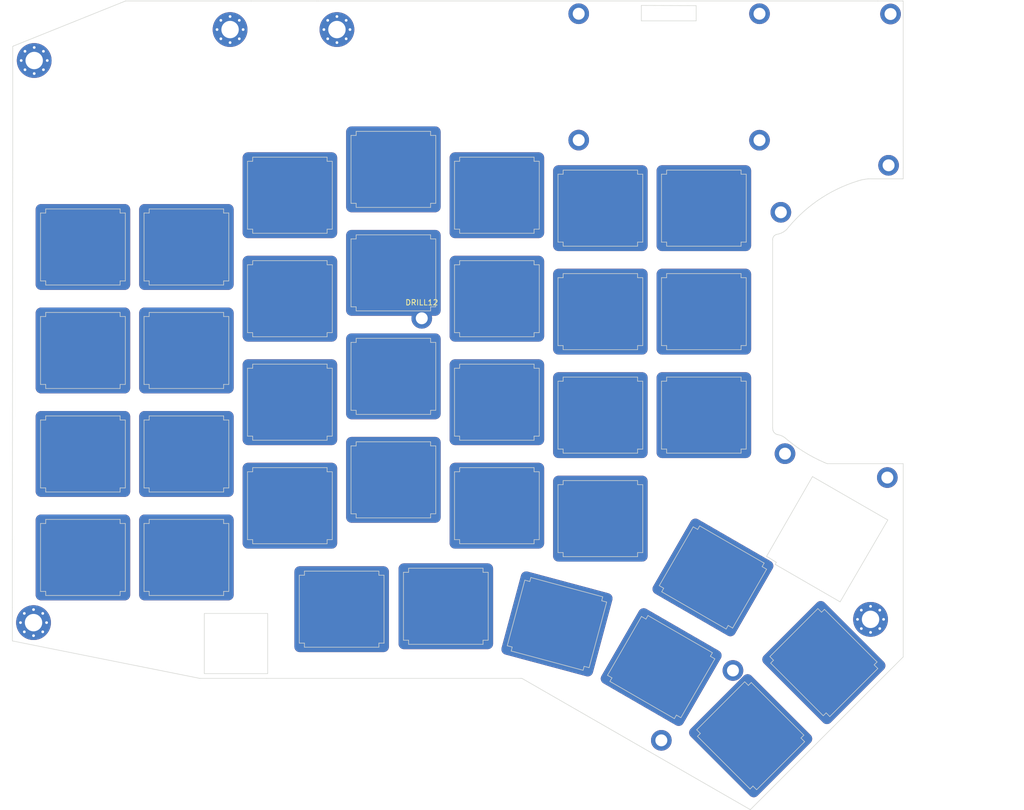
<source format=kicad_pcb>
(kicad_pcb (version 20211014) (generator pcbnew)
  (layers (0 "F.Cu" signal) (31 "B.Cu" signal) (34 "B.Paste" user) (35 "F.Paste" user) (36 "B.SilkS" user "B.Silkscreen") (37 "F.SilkS" user "F.Silkscreen") (38 "B.Mask" user) (39 "F.Mask" user) (44 "Edge.Cuts" user))
  (net 0 "")
  (net 1 "/SHIELD2")
  (net 2 "/SHIELD1")
  (net 3 "/SHIELD13")
  (net 4 "SHIELD")
  (net 5 "/SHIELD5")
  (net 6 "/SHIELD6")
  (net 7 "/SHIELD8")
  (net 8 "/SHIELD4")
  (net 9 "/SHIELD9")
  (net 10 "/SHIELD7")
  (net 11 "/SHIELD10")
  (net 12 "/SHIELD11")
  (net 13 "/SHIELD12")
  (footprint "Keebio-Parts:MX-Alps_Switch_Cutout" (layer "F.Cu") (at 77.487499 75.792 180)
    (fp_text reference "SW32" hide)
    (fp_text value "SW_PUSH_LED" hide)
    (fp_line (start -6.85 -7) (end 6.85 -7) (layer "Edge.Cuts") (width 0.12))
    (fp_line (start -6.85 -6.25) (end -6.85 -7) (layer "Edge.Cuts") (width 0.12))
    (fp_line (start -7.8 -6.25) (end -6.85 -6.25) (layer "Edge.Cuts") (width 0.12))
    (fp_line (start 6.85 -7) (end 6.85 -6.25) (layer "Edge.Cuts") (width 0.12))
    (fp_line (start -7.8 6.25) (end -7.8 -6.25) (layer "Edge.Cuts") (width 0.12))
    (fp_line (start -6.85 6.25) (end -7.8 6.25) (layer "Edge.Cuts") (width 0.12))
    (fp_line (start 6.85 -6.25) (end 7.8 -6.25) (layer "Edge.Cuts") (width 0.12))
    (fp_line (start 6.85 6.25) (end 6.85 7) (layer "Edge.Cuts") (width 0.12))
    (fp_line (start 6.85 7) (end -6.85 7) (layer "Edge.Cuts") (width 0.12))
    (fp_line (start 7.8 -6.25) (end 7.8 6.25) (layer "Edge.Cuts") (width 0.12))
    (fp_line (start 7.8 6.25) (end 6.85 6.25) (layer "Edge.Cuts") (width 0.12))
    (fp_line (start -6.85 7) (end -6.85 6.25) (layer "Edge.Cuts") (width 0.12))
  )
  (footprint "Keebio-Parts:MX-Alps_Switch_Cutout" (layer "F.Cu") (at 172.7375 125.79825 180)
    (fp_text reference "SW10" hide)
    (fp_text value "SW_PUSH_LED" hide)
    (fp_line (start -7.8 6.25) (end -7.8 -6.25) (layer "Edge.Cuts") (width 0.12))
    (fp_line (start 7.8 6.25) (end 6.85 6.25) (layer "Edge.Cuts") (width 0.12))
    (fp_line (start -6.85 -7) (end 6.85 -7) (layer "Edge.Cuts") (width 0.12))
    (fp_line (start 6.85 -6.25) (end 7.8 -6.25) (layer "Edge.Cuts") (width 0.12))
    (fp_line (start 7.8 -6.25) (end 7.8 6.25) (layer "Edge.Cuts") (width 0.12))
    (fp_line (start 6.85 -7) (end 6.85 -6.25) (layer "Edge.Cuts") (width 0.12))
    (fp_line (start -6.85 6.25) (end -7.8 6.25) (layer "Edge.Cuts") (width 0.12))
    (fp_line (start -6.85 7) (end -6.85 6.25) (layer "Edge.Cuts") (width 0.12))
    (fp_line (start 6.85 7) (end -6.85 7) (layer "Edge.Cuts") (width 0.12))
    (fp_line (start -7.8 -6.25) (end -6.85 -6.25) (layer "Edge.Cuts") (width 0.12))
    (fp_line (start 6.85 6.25) (end 6.85 7) (layer "Edge.Cuts") (width 0.12))
    (fp_line (start -6.85 -6.25) (end -6.85 -7) (layer "Edge.Cuts") (width 0.12))
  )
  (footprint "MountingHole:MountingHole_2.2mm_M2_DIN965_Pad" (layer "F.Cu") (at 225.56 118.2375)
    (fp_text reference "DRILL11" hide)
    (fp_text value "Drill Mountpoint")
  )
  (footprint "Keebio-Parts:MX-Alps_Switch_Cutout" (layer "F.Cu") (at 134.6375 80.5545 180)
    (fp_text reference "SW18" hide)
    (fp_text value "SW_PUSH_LED" hide)
    (fp_line (start -7.8 6.25) (end -7.8 -6.25) (layer "Edge.Cuts") (width 0.12))
    (fp_line (start 6.85 -6.25) (end 7.8 -6.25) (layer "Edge.Cuts") (width 0.12))
    (fp_line (start 6.85 -7) (end 6.85 -6.25) (layer "Edge.Cuts") (width 0.12))
    (fp_line (start -6.85 7) (end -6.85 6.25) (layer "Edge.Cuts") (width 0.12))
    (fp_line (start 7.8 6.25) (end 6.85 6.25) (layer "Edge.Cuts") (width 0.12))
    (fp_line (start 6.85 6.25) (end 6.85 7) (layer "Edge.Cuts") (width 0.12))
    (fp_line (start -7.8 -6.25) (end -6.85 -6.25) (layer "Edge.Cuts") (width 0.12))
    (fp_line (start -6.85 6.25) (end -7.8 6.25) (layer "Edge.Cuts") (width 0.12))
    (fp_line (start 6.85 7) (end -6.85 7) (layer "Edge.Cuts") (width 0.12))
    (fp_line (start 7.8 -6.25) (end 7.8 6.25) (layer "Edge.Cuts") (width 0.12))
    (fp_line (start -6.85 -7) (end 6.85 -7) (layer "Edge.Cuts") (width 0.12))
    (fp_line (start -6.85 -6.25) (end -6.85 -7) (layer "Edge.Cuts") (width 0.12))
  )
  (footprint "DjinnFootprints:MountingHole_3.2mm_M3_Pad_Via" (layer "F.Cu") (at 104.575 35.7725)
    (fp_text reference "DRILL4" hide)
    (fp_text value "Drill Mountpoint")
  )
  (footprint "MountingHole:MountingHole_2.2mm_M2_DIN965_Pad" (layer "F.Cu") (at 225.79 60.7575)
    (fp_text reference "DRILL10" hide)
    (fp_text value "Drill Mountpoint")
  )
  (footprint "Keebio-Parts:MX-Alps_Switch_Cutout" (layer "F.Cu") (at 172.7375 106.74825 180)
    (fp_text reference "SW9" hide)
    (fp_text value "SW_PUSH_LED" hide)
    (fp_line (start -6.85 7) (end -6.85 6.25) (layer "Edge.Cuts") (width 0.12))
    (fp_line (start -7.8 6.25) (end -7.8 -6.25) (layer "Edge.Cuts") (width 0.12))
    (fp_line (start 7.8 -6.25) (end 7.8 6.25) (layer "Edge.Cuts") (width 0.12))
    (fp_line (start -6.85 -7) (end 6.85 -7) (layer "Edge.Cuts") (width 0.12))
    (fp_line (start 6.85 6.25) (end 6.85 7) (layer "Edge.Cuts") (width 0.12))
    (fp_line (start 6.85 -6.25) (end 7.8 -6.25) (layer "Edge.Cuts") (width 0.12))
    (fp_line (start 7.8 6.25) (end 6.85 6.25) (layer "Edge.Cuts") (width 0.12))
    (fp_line (start 6.85 -7) (end 6.85 -6.25) (layer "Edge.Cuts") (width 0.12))
    (fp_line (start 6.85 7) (end -6.85 7) (layer "Edge.Cuts") (width 0.12))
    (fp_line (start -6.85 6.25) (end -7.8 6.25) (layer "Edge.Cuts") (width 0.12))
    (fp_line (start -6.85 -6.25) (end -6.85 -7) (layer "Edge.Cuts") (width 0.12))
    (fp_line (start -7.8 -6.25) (end -6.85 -6.25) (layer "Edge.Cuts") (width 0.12))
  )
  (footprint "DjinnFootprints:MountingHole_3.2mm_M3_Pad_Via" (layer "F.Cu") (at 222.47 144.34)
    (fp_text reference "DRILL7" hide)
    (fp_text value "Drill Mountpoint")
  )
  (footprint "Keebio-Parts:MX-Alps_Switch_Cutout" (layer "F.Cu") (at 144.29 141.92825 180)
    (fp_text reference "SW26" hide)
    (fp_text value "SW_PUSH_LED" hide)
    (fp_line (start -7.8 6.25) (end -7.8 -6.25) (layer "Edge.Cuts") (width 0.12))
    (fp_line (start -6.85 -6.25) (end -6.85 -7) (layer "Edge.Cuts") (width 0.12))
    (fp_line (start -6.85 6.25) (end -7.8 6.25) (layer "Edge.Cuts") (width 0.12))
    (fp_line (start 6.85 6.25) (end 6.85 7) (layer "Edge.Cuts") (width 0.12))
    (fp_line (start -6.85 -7) (end 6.85 -7) (layer "Edge.Cuts") (width 0.12))
    (fp_line (start 7.8 6.25) (end 6.85 6.25) (layer "Edge.Cuts") (width 0.12))
    (fp_line (start 7.8 -6.25) (end 7.8 6.25) (layer "Edge.Cuts") (width 0.12))
    (fp_line (start -6.85 7) (end -6.85 6.25) (layer "Edge.Cuts") (width 0.12))
    (fp_line (start -7.8 -6.25) (end -6.85 -6.25) (layer "Edge.Cuts") (width 0.12))
    (fp_line (start 6.85 7) (end -6.85 7) (layer "Edge.Cuts") (width 0.12))
    (fp_line (start 6.85 -6.25) (end 7.8 -6.25) (layer "Edge.Cuts") (width 0.12))
    (fp_line (start 6.85 -7) (end 6.85 -6.25) (layer "Edge.Cuts") (width 0.12))
  )
  (footprint "Keebio-Parts:MX-Alps_Switch_Cutout" (layer "F.Cu") (at 153.6875 66.267 180)
    (fp_text reference "SW12" hide)
    (fp_text value "SW_PUSH_LED" hide)
    (fp_line (start 7.8 6.25) (end 6.85 6.25) (layer "Edge.Cuts") (width 0.12))
    (fp_line (start 7.8 -6.25) (end 7.8 6.25) (layer "Edge.Cuts") (width 0.12))
    (fp_line (start 6.85 -6.25) (end 7.8 -6.25) (layer "Edge.Cuts") (width 0.12))
    (fp_line (start -6.85 -6.25) (end -6.85 -7) (layer "Edge.Cuts") (width 0.12))
    (fp_line (start 6.85 7) (end -6.85 7) (layer "Edge.Cuts") (width 0.12))
    (fp_line (start -6.85 7) (end -6.85 6.25) (layer "Edge.Cuts") (width 0.12))
    (fp_line (start -7.8 6.25) (end -7.8 -6.25) (layer "Edge.Cuts") (width 0.12))
    (fp_line (start 6.85 -7) (end 6.85 -6.25) (layer "Edge.Cuts") (width 0.12))
    (fp_line (start -7.8 -6.25) (end -6.85 -6.25) (layer "Edge.Cuts") (width 0.12))
    (fp_line (start 6.85 6.25) (end 6.85 7) (layer "Edge.Cuts") (width 0.12))
    (fp_line (start -6.85 -7) (end 6.85 -7) (layer "Edge.Cuts") (width 0.12))
    (fp_line (start -6.85 6.25) (end -7.8 6.25) (layer "Edge.Cuts") (width 0.12))
  )
  (footprint "MountingHole:MountingHole_2.2mm_M2_DIN965_Pad" (layer "F.Cu") (at 168.75 56.12)
    (fp_text reference "DRILL16" hide)
    (fp_text value "Drill Mountpoint")
  )
  (footprint "Keebio-Parts:MX-Alps_Switch_Cutout" (layer "F.Cu") (at 200.401353 165.761895 135)
    (fp_text reference "SW6" hide)
    (fp_text value "SW_PUSH_LED" hide)
    (fp_line (start -7.8 -6.25) (end -6.85 -6.25) (layer "Edge.Cuts") (width 0.12))
    (fp_line (start 7.8 6.25) (end 6.85 6.25) (layer "Edge.Cuts") (width 0.12))
    (fp_line (start -6.85 7) (end -6.85 6.25) (layer "Edge.Cuts") (width 0.12))
    (fp_line (start 6.85 -7) (end 6.85 -6.25) (layer "Edge.Cuts") (width 0.12))
    (fp_line (start -6.85 -7) (end 6.85 -7) (layer "Edge.Cuts") (width 0.12))
    (fp_line (start -6.85 6.25) (end -7.8 6.25) (layer "Edge.Cuts") (width 0.12))
    (fp_line (start 6.85 6.25) (end 6.85 7) (layer "Edge.Cuts") (width 0.12))
    (fp_line (start -7.8 6.25) (end -7.8 -6.25) (layer "Edge.Cuts") (width 0.12))
    (fp_line (start 6.85 -6.25) (end 7.8 -6.25) (layer "Edge.Cuts") (width 0.12))
    (fp_line (start 6.85 7) (end -6.85 7) (layer "Edge.Cuts") (width 0.12))
    (fp_line (start 7.8 -6.25) (end 7.8 6.25) (layer "Edge.Cuts") (width 0.12))
    (fp_line (start -6.85 -6.25) (end -6.85 -7) (layer "Edge.Cuts") (width 0.12))
  )
  (footprint "MountingHole:MountingHole_2.2mm_M2_DIN965_Pad" (layer "F.Cu") (at 205.96 69.41)
    (fp_text reference "DRILL13" hide)
    (fp_text value "Drill Mountpoint")
  )
  (footprint "Keebio-Parts:MX-Alps_Switch_Cutout" (layer "F.Cu") (at 115.5875 66.267 180)
    (fp_text reference "SW22" hide)
    (fp_text value "SW_PUSH_LED" hide)
    (fp_line (start -6.85 -7) (end 6.85 -7) (layer "Edge.Cuts") (width 0.12))
    (fp_line (start -6.85 7) (end -6.85 6.25) (layer "Edge.Cuts") (width 0.12))
    (fp_line (start -7.8 6.25) (end -7.8 -6.25) (layer "Edge.Cuts") (width 0.12))
    (fp_line (start 7.8 -6.25) (end 7.8 6.25) (layer "Edge.Cuts") (width 0.12))
    (fp_line (start 6.85 -7) (end 6.85 -6.25) (layer "Edge.Cuts") (width 0.12))
    (fp_line (start -6.85 6.25) (end -7.8 6.25) (layer "Edge.Cuts") (width 0.12))
    (fp_line (start 6.85 6.25) (end 6.85 7) (layer "Edge.Cuts") (width 0.12))
    (fp_line (start 6.85 7) (end -6.85 7) (layer "Edge.Cuts") (width 0.12))
    (fp_line (start -7.8 -6.25) (end -6.85 -6.25) (layer "Edge.Cuts") (width 0.12))
    (fp_line (start 6.85 -6.25) (end 7.8 -6.25) (layer "Edge.Cuts") (width 0.12))
    (fp_line (start 7.8 6.25) (end 6.85 6.25) (layer "Edge.Cuts") (width 0.12))
    (fp_line (start -6.85 -6.25) (end -6.85 -7) (layer "Edge.Cuts") (width 0.12))
  )
  (footprint "Keebio-Parts:MX-Alps_Switch_Cutout" (layer "F.Cu") (at 115.5875 123.417 180)
    (fp_text reference "SW25" hide)
    (fp_text value "SW_PUSH_LED" hide)
    (fp_line (start -6.85 7) (end -6.85 6.25) (layer "Edge.Cuts") (width 0.12))
    (fp_line (start 7.8 6.25) (end 6.85 6.25) (layer "Edge.Cuts") (width 0.12))
    (fp_line (start -6.85 6.25) (end -7.8 6.25) (layer "Edge.Cuts") (width 0.12))
    (fp_line (start 7.8 -6.25) (end 7.8 6.25) (layer "Edge.Cuts") (width 0.12))
    (fp_line (start -7.8 6.25) (end -7.8 -6.25) (layer "Edge.Cuts") (width 0.12))
    (fp_line (start 6.85 -6.25) (end 7.8 -6.25) (layer "Edge.Cuts") (width 0.12))
    (fp_line (start 6.85 7) (end -6.85 7) (layer "Edge.Cuts") (width 0.12))
    (fp_line (start -6.85 -7) (end 6.85 -7) (layer "Edge.Cuts") (width 0.12))
    (fp_line (start -7.8 -6.25) (end -6.85 -6.25) (layer "Edge.Cuts") (width 0.12))
    (fp_line (start -6.85 -6.25) (end -6.85 -7) (layer "Edge.Cuts") (width 0.12))
    (fp_line (start 6.85 6.25) (end 6.85 7) (layer "Edge.Cuts") (width 0.12))
    (fp_line (start 6.85 -7) (end 6.85 -6.25) (layer "Edge.Cuts") (width 0.12))
  )
  (footprint "Keebio-Parts:MX-Alps_Switch_Cutout" (layer "F.Cu") (at 96.5375 113.892 180)
    (fp_text reference "SW29" hide)
    (fp_text value "SW_PUSH_LED" hide)
    (fp_line (start 6.85 -6.25) (end 7.8 -6.25) (layer "Edge.Cuts") (width 0.12))
    (fp_line (start 6.85 7) (end -6.85 7) (layer "Edge.Cuts") (width 0.12))
    (fp_line (start -7.8 -6.25) (end -6.85 -6.25) (layer "Edge.Cuts") (width 0.12))
    (fp_line (start 6.85 6.25) (end 6.85 7) (layer "Edge.Cuts") (width 0.12))
    (fp_line (start -6.85 -6.25) (end -6.85 -7) (layer "Edge.Cuts") (width 0.12))
    (fp_line (start -6.85 -7) (end 6.85 -7) (layer "Edge.Cuts") (width 0.12))
    (fp_line (start 6.85 -7) (end 6.85 -6.25) (layer "Edge.Cuts") (width 0.12))
    (fp_line (start -7.8 6.25) (end -7.8 -6.25) (layer "Edge.Cuts") (width 0.12))
    (fp_line (start -6.85 6.25) (end -7.8 6.25) (layer "Edge.Cuts") (width 0.12))
    (fp_line (start -6.85 7) (end -6.85 6.25) (layer "Edge.Cuts") (width 0.12))
    (fp_line (start 7.8 -6.25) (end 7.8 6.25) (layer "Edge.Cuts") (width 0.12))
    (fp_line (start 7.8 6.25) (end 6.85 6.25) (layer "Edge.Cuts") (width 0.12))
  )
  (footprint "Keebio-Parts:MX-Alps_Switch_Cutout" (layer "F.Cu") (at 191.787499 68.64825 180)
    (fp_text reference "SW1" hide)
    (fp_text value "SW_PUSH_LED" hide)
    (fp_line (start 6.85 -7) (end 6.85 -6.25) (layer "Edge.Cuts") (width 0.12))
    (fp_line (start 6.85 6.25) (end 6.85 7) (layer "Edge.Cuts") (width 0.12))
    (fp_line (start 6.85 7) (end -6.85 7) (layer "Edge.Cuts") (width 0.12))
    (fp_line (start -6.85 -7) (end 6.85 -7) (layer "Edge.Cuts") (width 0.12))
    (fp_line (start 6.85 -6.25) (end 7.8 -6.25) (layer "Edge.Cuts") (width 0.12))
    (fp_line (start -7.8 -6.25) (end -6.85 -6.25) (layer "Edge.Cuts") (width 0.12))
    (fp_line (start -6.85 7) (end -6.85 6.25) (layer "Edge.Cuts") (width 0.12))
    (fp_line (start 7.8 6.25) (end 6.85 6.25) (layer "Edge.Cuts") (width 0.12))
    (fp_line (start -7.8 6.25) (end -7.8 -6.25) (layer "Edge.Cuts") (width 0.12))
    (fp_line (start -6.85 6.25) (end -7.8 6.25) (layer "Edge.Cuts") (width 0.12))
    (fp_line (start 7.8 -6.25) (end 7.8 6.25) (layer "Edge.Cuts") (width 0.12))
    (fp_line (start -6.85 -6.25) (end -6.85 -7) (layer "Edge.Cuts") (width 0.12))
  )
  (footprint "MountingHole:MountingHole_2.2mm_M2_DIN965_Pad" (layer "F.Cu") (at 202.03 32.86)
    (fp_text reference "DRILL14" hide)
    (fp_text value "Drill Mountpoint")
  )
  (footprint "Keebio-Parts:MX-Alps_Switch_Cutout" (layer "F.Cu") (at 134.6375 118.6545 180)
    (fp_text reference "SW20" hide)
    (fp_text value "SW_PUSH_LED" hide)
    (fp_line (start -7.8 -6.25) (end -6.85 -6.25) (layer "Edge.Cuts") (width 0.12))
    (fp_line (start 6.85 6.25) (end 6.85 7) (layer "Edge.Cuts") (width 0.12))
    (fp_line (start -6.85 -6.25) (end -6.85 -7) (layer "Edge.Cuts") (width 0.12))
    (fp_line (start 7.8 6.25) (end 6.85 6.25) (layer "Edge.Cuts") (width 0.12))
    (fp_line (start 7.8 -6.25) (end 7.8 6.25) (layer "Edge.Cuts") (width 0.12))
    (fp_line (start 6.85 7) (end -6.85 7) (layer "Edge.Cuts") (width 0.12))
    (fp_line (start 6.85 -6.25) (end 7.8 -6.25) (layer "Edge.Cuts") (width 0.12))
    (fp_line (start -7.8 6.25) (end -7.8 -6.25) (layer "Edge.Cuts") (width 0.12))
    (fp_line (start 6.85 -7) (end 6.85 -6.25) (layer "Edge.Cuts") (width 0.12))
    (fp_line (start -6.85 -7) (end 6.85 -7) (layer "Edge.Cuts") (width 0.12))
    (fp_line (start -6.85 7) (end -6.85 6.25) (layer "Edge.Cuts") (width 0.12))
    (fp_line (start -6.85 6.25) (end -7.8 6.25) (layer "Edge.Cuts") (width 0.12))
  )
  (footprint "Keebio-Parts:MX-Alps_Switch_Cutout" (layer "F.Cu") (at 115.5875 104.367 180)
    (fp_text reference "SW24" hide)
    (fp_text value "SW_PUSH_LED" hide)
    (fp_line (start 6.85 -6.25) (end 7.8 -6.25) (layer "Edge.Cuts") (width 0.12))
    (fp_line (start 6.85 6.25) (end 6.85 7) (layer "Edge.Cuts") (width 0.12))
    (fp_line (start -6.85 -7) (end 6.85 -7) (layer "Edge.Cuts") (width 0.12))
    (fp_line (start 6.85 7) (end -6.85 7) (layer "Edge.Cuts") (width 0.12))
    (fp_line (start -7.8 -6.25) (end -6.85 -6.25) (layer "Edge.Cuts") (width 0.12))
    (fp_line (start -6.85 6.25) (end -7.8 6.25) (layer "Edge.Cuts") (width 0.12))
    (fp_line (start -7.8 6.25) (end -7.8 -6.25) (layer "Edge.Cuts") (width 0.12))
    (fp_line (start -6.85 7) (end -6.85 6.25) (layer "Edge.Cuts") (width 0.12))
    (fp_line (start 7.8 -6.25) (end 7.8 6.25) (layer "Edge.Cuts") (width 0.12))
    (fp_line (start 6.85 -7) (end 6.85 -6.25) (layer "Edge.Cuts") (width 0.12))
    (fp_line (start -6.85 -6.25) (end -6.85 -7) (layer "Edge.Cuts") (width 0.12))
    (fp_line (start 7.8 6.25) (end 6.85 6.25) (layer "Edge.Cuts") (width 0.12))
  )
  (footprint "Keebio-Parts:MX-Alps_Switch_Cutout" (layer "F.Cu") (at 153.6875 85.317 180)
    (fp_text reference "SW13" hide)
    (fp_text value "SW_PUSH_LED" hide)
    (fp_line (start 6.85 6.25) (end 6.85 7) (layer "Edge.Cuts") (width 0.12))
    (fp_line (start -6.85 -7) (end 6.85 -7) (layer "Edge.Cuts") (width 0.12))
    (fp_line (start 6.85 7) (end -6.85 7) (layer "Edge.Cuts") (width 0.12))
    (fp_line (start 7.8 6.25) (end 6.85 6.25) (layer "Edge.Cuts") (width 0.12))
    (fp_line (start 6.85 -7) (end 6.85 -6.25) (layer "Edge.Cuts") (width 0.12))
    (fp_line (start -6.85 -6.25) (end -6.85 -7) (layer "Edge.Cuts") (width 0.12))
    (fp_line (start -7.8 6.25) (end -7.8 -6.25) (layer "Edge.Cuts") (width 0.12))
    (fp_line (start -6.85 7) (end -6.85 6.25) (layer "Edge.Cuts") (width 0.12))
    (fp_line (start 7.8 -6.25) (end 7.8 6.25) (layer "Edge.Cuts") (width 0.12))
    (fp_line (start 6.85 -6.25) (end 7.8 -6.25) (layer "Edge.Cuts") (width 0.12))
    (fp_line (start -7.8 -6.25) (end -6.85 -6.25) (layer "Edge.Cuts") (width 0.12))
    (fp_line (start -6.85 6.25) (end -7.8 6.25) (layer "Edge.Cuts") (width 0.12))
  )
  (footprint "Keebio-Parts:MX-Alps_Switch_Cutout" (layer "F.Cu") (at 191.787499 106.74825 180)
    (fp_text reference "SW3" hide)
    (fp_text value "SW_PUSH_LED" hide)
    (fp_line (start -7.8 -6.25) (end -6.85 -6.25) (layer "Edge.Cuts") (width 0.12))
    (fp_line (start 6.85 6.25) (end 6.85 7) (layer "Edge.Cuts") (width 0.12))
    (fp_line (start 6.85 -6.25) (end 7.8 -6.25) (layer "Edge.Cuts") (width 0.12))
    (fp_line (start -6.85 7) (end -6.85 6.25) (layer "Edge.Cuts") (width 0.12))
    (fp_line (start -7.8 6.25) (end -7.8 -6.25) (layer "Edge.Cuts") (width 0.12))
    (fp_line (start 7.8 -6.25) (end 7.8 6.25) (layer "Edge.Cuts") (width 0.12))
    (fp_line (start 7.8 6.25) (end 6.85 6.25) (layer "Edge.Cuts") (width 0.12))
    (fp_line (start 6.85 -7) (end 6.85 -6.25) (layer "Edge.Cuts") (width 0.12))
    (fp_line (start -6.85 6.25) (end -7.8 6.25) (layer "Edge.Cuts") (width 0.12))
    (fp_line (start -6.85 -7) (end 6.85 -7) (layer "Edge.Cuts") (width 0.12))
    (fp_line (start -6.85 -6.25) (end -6.85 -7) (layer "Edge.Cuts") (width 0.12))
    (fp_line (start 6.85 7) (end -6.85 7) (layer "Edge.Cuts") (width 0.12))
  )
  (footprint "Keebio-Parts:MX-Alps_Switch_Cutout" (layer "F.Cu") (at 134.6375 61.5045 180)
    (fp_text reference "SW17" hide)
    (fp_text value "SW_PUSH_LED" hide)
    (fp_line (start -7.8 -6.25) (end -6.85 -6.25) (layer "Edge.Cuts") (width 0.12))
    (fp_line (start 6.85 -7) (end 6.85 -6.25) (layer "Edge.Cuts") (width 0.12))
    (fp_line (start 6.85 -6.25) (end 7.8 -6.25) (layer "Edge.Cuts") (width 0.12))
    (fp_line (start -6.85 6.25) (end -7.8 6.25) (layer "Edge.Cuts") (width 0.12))
    (fp_line (start 6.85 6.25) (end 6.85 7) (layer "Edge.Cuts") (width 0.12))
    (fp_line (start -6.85 -7) (end 6.85 -7) (layer "Edge.Cuts") (width 0.12))
    (fp_line (start -6.85 -6.25) (end -6.85 -7) (layer "Edge.Cuts") (width 0.12))
    (fp_line (start 6.85 7) (end -6.85 7) (layer "Edge.Cuts") (width 0.12))
    (fp_line (start -6.85 7) (end -6.85 6.25) (layer "Edge.Cuts") (width 0.12))
    (fp_line (start -7.8 6.25) (end -7.8 -6.25) (layer "Edge.Cuts") (width 0.12))
    (fp_line (start 7.8 -6.25) (end 7.8 6.25) (layer "Edge.Cuts") (width 0.12))
    (fp_line (start 7.8 6.25) (end 6.85 6.25) (layer "Edge.Cuts") (width 0.12))
  )
  (footprint "Keebio-Parts:MX-Alps_Switch_Cutout" (layer "F.Cu") (at 193.454374 136.624717 150)
    (fp_text reference "SW11" hide)
    (fp_text value "SW_PUSH_LED" hide)
    (fp_line (start -6.85 7) (end -6.85 6.25) (layer "Edge.Cuts") (width 0.12))
    (fp_line (start 6.85 7) (end -6.85 7) (layer "Edge.Cuts") (width 0.12))
    (fp_line (start -6.85 6.25) (end -7.8 6.25) (layer "Edge.Cuts") (width 0.12))
    (fp_line (start 7.8 6.25) (end 6.85 6.25) (layer "Edge.Cuts") (width 0.12))
    (fp_line (start -7.8 6.25) (end -7.8 -6.25) (layer "Edge.Cuts") (width 0.12))
    (fp_line (start 6.85 -7) (end 6.85 -6.25) (layer "Edge.Cuts") (width 0.12))
    (fp_line (start -7.8 -6.25) (end -6.85 -6.25) (layer "Edge.Cuts") (width 0.12))
    (fp_line (start 6.85 -6.25) (end 7.8 -6.25) (layer "Edge.Cuts") (width 0.12))
    (fp_line (start 7.8 -6.25) (end 7.8 6.25) (layer "Edge.Cuts") (width 0.12))
    (fp_line (start -6.85 -7) (end 6.85 -7) (layer "Edge.Cuts") (width 0.12))
    (fp_line (start -6.85 -6.25) (end -6.85 -7) (layer "Edge.Cuts") (width 0.12))
    (fp_line (start 6.85 6.25) (end 6.85 7) (layer "Edge.Cuts") (width 0.12))
  )
  (footprint "Keebio-Parts:MX-Alps_Switch_Cutout" (layer "F.Cu") (at 164.747348 145.177047 165)
    (fp_text reference "SW21" hide)
    (fp_text value "SW_PUSH_LED" hide)
    (fp_line (start -7.8 6.25) (end -7.8 -6.25) (layer "Edge.Cuts") (width 0.12))
    (fp_line (start 6.85 -6.25) (end 7.8 -6.25) (layer "Edge.Cuts") (width 0.12))
    (fp_line (start 6.85 -7) (end 6.85 -6.25) (layer "Edge.Cuts") (width 0.12))
    (fp_line (start -6.85 6.25) (end -7.8 6.25) (layer "Edge.Cuts") (width 0.12))
    (fp_line (start -6.85 -7) (end 6.85 -7) (layer "Edge.Cuts") (width 0.12))
    (fp_line (start -6.85 -6.25) (end -6.85 -7) (layer "Edge.Cuts") (width 0.12))
    (fp_line (start 6.85 6.25) (end 6.85 7) (layer "Edge.Cuts") (width 0.12))
    (fp_line (start 7.8 6.25) (end 6.85 6.25) (layer "Edge.Cuts") (width 0.12))
    (fp_line (start -7.8 -6.25) (end -6.85 -6.25) (layer "Edge.Cuts") (width 0.12))
    (fp_line (start 6.85 7) (end -6.85 7) (layer "Edge.Cuts") (width 0.12))
    (fp_line (start 7.8 -6.25) (end 7.8 6.25) (layer "Edge.Cuts") (width 0.12))
    (fp_line (start -6.85 7) (end -6.85 6.25) (layer "Edge.Cuts") (width 0.12))
  )
  (footprint "Keebio-Parts:MX-Alps_Switch_Cutout" (layer "F.Cu") (at 153.6875 104.367 180)
    (fp_text reference "SW14" hide)
    (fp_text value "SW_PUSH_LED" hide)
    (fp_line (start -7.8 6.25) (end -7.8 -6.25) (layer "Edge.Cuts") (width 0.12))
    (fp_line (start -6.85 -7) (end 6.85 -7) (layer "Edge.Cuts") (width 0.12))
    (fp_line (start 6.85 -6.25) (end 7.8 -6.25) (layer "Edge.Cuts") (width 0.12))
    (fp_line (start 6.85 -7) (end 6.85 -6.25) (layer "Edge.Cuts") (width 0.12))
    (fp_line (start 6.85 7) (end -6.85 7) (layer "Edge.Cuts") (width 0.12))
    (fp_line (start -6.85 -6.25) (end -6.85 -7) (layer "Edge.Cuts") (width 0.12))
    (fp_line (start -6.85 6.25) (end -7.8 6.25) (layer "Edge.Cuts") (width 0.12))
    (fp_line (start -6.85 7) (end -6.85 6.25) (layer "Edge.Cuts") (width 0.12))
    (fp_line (start 7.8 6.25) (end 6.85 6.25) (layer "Edge.Cuts") (width 0.12))
    (fp_line (start 7.8 -6.25) (end 7.8 6.25) (layer "Edge.Cuts") (width 0.12))
    (fp_line (start -7.8 -6.25) (end -6.85 -6.25) (layer "Edge.Cuts") (width 0.12))
    (fp_line (start 6.85 6.25) (end 6.85 7) (layer "Edge.Cuts") (width 0.12))
  )
  (footprint "Keebio-Parts:MX-Alps_Switch_Cutout" (layer "F.Cu") (at 77.487499 132.942 180)
    (fp_text reference "SW35" hide)
    (fp_text value "SW_PUSH_LED" hide)
    (fp_line (start 6.85 7) (end -6.85 7) (layer "Edge.Cuts") (width 0.12))
    (fp_line (start -6.85 -7) (end 6.85 -7) (layer "Edge.Cuts") (width 0.12))
    (fp_line (start -6.85 7) (end -6.85 6.25) (layer "Edge.Cuts") (width 0.12))
    (fp_line (start -6.85 -6.25) (end -6.85 -7) (layer "Edge.Cuts") (width 0.12))
    (fp_line (start 6.85 -6.25) (end 7.8 -6.25) (layer "Edge.Cuts") (width 0.12))
    (fp_line (start -7.8 6.25) (end -7.8 -6.25) (layer "Edge.Cuts") (width 0.12))
    (fp_line (start 7.8 6.25) (end 6.85 6.25) (layer "Edge.Cuts") (width 0.12))
    (fp_line (start 6.85 -7) (end 6.85 -6.25) (layer "Edge.Cuts") (width 0.12))
    (fp_line (start -6.85 6.25) (end -7.8 6.25) (layer "Edge.Cuts") (width 0.12))
    (fp_line (start 6.85 6.25) (end 6.85 7) (layer "Edge.Cuts") (width 0.12))
    (fp_line (start 7.8 -6.25) (end 7.8 6.25) (layer "Edge.Cuts") (width 0.12))
    (fp_line (start -7.8 -6.25) (end -6.85 -6.25) (layer "Edge.Cuts") (width 0.12))
  )
  (footprint "Keebio-Parts:MX-Alps_Switch_Cutout" (layer "F.Cu") (at 172.7375 87.69825 180)
    (fp_text reference "SW8" hide)
    (fp_text value "SW_PUSH_LED" hide)
    (fp_line (start -7.8 -6.25) (end -6.85 -6.25) (layer "Edge.Cuts") (width 0.12))
    (fp_line (start -6.85 -6.25) (end -6.85 -7) (layer "Edge.Cuts") (width 0.12))
    (fp_line (start 6.85 -7) (end 6.85 -6.25) (layer "Edge.Cuts") (width 0.12))
    (fp_line (start 6.85 7) (end -6.85 7) (layer "Edge.Cuts") (width 0.12))
    (fp_line (start -7.8 6.25) (end -7.8 -6.25) (layer "Edge.Cuts") (width 0.12))
    (fp_line (start 6.85 6.25) (end 6.85 7) (layer "Edge.Cuts") (width 0.12))
    (fp_line (start 7.8 6.25) (end 6.85 6.25) (layer "Edge.Cuts") (width 0.12))
    (fp_line (start -6.85 7) (end -6.85 6.25) (layer "Edge.Cuts") (width 0.12))
    (fp_line (start 7.8 -6.25) (end 7.8 6.25) (layer "Edge.Cuts") (width 0.12))
    (fp_line (start -6.85 -7) (end 6.85 -7) (layer "Edge.Cuts") (width 0.12))
    (fp_line (start 6.85 -6.25) (end 7.8 -6.25) (layer "Edge.Cuts") (width 0.12))
    (fp_line (start -6.85 6.25) (end -7.8 6.25) (layer "Edge.Cuts") (width 0.12))
  )
  (footprint "MountingHole:MountingHole_2.2mm_M2_DIN965_Pad" (layer "F.Cu") (at 202.03 56.14)
    (fp_text reference "DRILL17" hide)
    (fp_text value "Drill Mountpoint")
  )
  (footprint "Keebio-Parts:MX-Alps_Switch_Cutout" (layer "F.Cu") (at 96.5375 94.842 180)
    (fp_text reference "SW28" hide)
    (fp_text value "SW_PUSH_LED" hide)
    (fp_line (start -6.85 7) (end -6.85 6.25) (layer "Edge.Cuts") (width 0.12))
    (fp_line (start 6.85 -7) (end 6.85 -6.25) (layer "Edge.Cuts") (width 0.12))
    (fp_line (start 6.85 6.25) (end 6.85 7) (layer "Edge.Cuts") (width 0.12))
    (fp_line (start 7.8 -6.25) (end 7.8 6.25) (layer "Edge.Cuts") (width 0.12))
    (fp_line (start -6.85 -6.25) (end -6.85 -7) (layer "Edge.Cuts") (width 0.12))
    (fp_line (start 6.85 7) (end -6.85 7) (layer "Edge.Cuts") (width 0.12))
    (fp_line (start -6.85 -7) (end 6.85 -7) (layer "Edge.Cuts") (width 0.12))
    (fp_line (start 6.85 -6.25) (end 7.8 -6.25) (layer "Edge.Cuts") (width 0.12))
    (fp_line (start -6.85 6.25) (end -7.8 6.25) (layer "Edge.Cuts") (width 0.12))
    (fp_line (start -7.8 -6.25) (end -6.85 -6.25) (layer "Edge.Cuts") (width 0.12))
    (fp_line (start -7.8 6.25) (end -7.8 -6.25) (layer "Edge.Cuts") (width 0.12))
    (fp_line (start 7.8 6.25) (end 6.85 6.25) (layer "Edge.Cuts") (width 0.12))
  )
  (footprint "DjinnFootprints:MountingHole_3.2mm_M3_Pad_Via" (layer "F.Cu") (at 124.245 35.7725)
    (fp_text reference "DRILL5" hide)
    (fp_text value "Drill Mountpoint")
  )
  (footprint "Keebio-Parts:MX-Alps_Switch_Cutout" (layer "F.Cu") (at 213.871737 152.291512 135)
    (fp_text reference "SW4" hide)
    (fp_text value "SW_PUSH_LED" hide)
    (fp_line (start 7.8 6.25) (end 6.85 6.25) (layer "Edge.Cuts") (width 0.12))
    (fp_line (start 6.85 7) (end -6.85 7) (layer "Edge.Cuts") (width 0.12))
    (fp_line (start -6.85 7) (end -6.85 6.25) (layer "Edge.Cuts") (width 0.12))
    (fp_line (start 6.85 -7) (end 6.85 -6.25) (layer "Edge.Cuts") (width 0.12))
    (fp_line (start 7.8 -6.25) (end 7.8 6.25) (layer "Edge.Cuts") (width 0.12))
    (fp_line (start -6.85 6.25) (end -7.8 6.25) (layer "Edge.Cuts") (width 0.12))
    (fp_line (start -6.85 -6.25) (end -6.85 -7) (layer "Edge.Cuts") (width 0.12))
    (fp_line (start 6.85 6.25) (end 6.85 7) (layer "Edge.Cuts") (width 0.12))
    (fp_line (start -7.8 -6.25) (end -6.85 -6.25) (layer "Edge.Cuts") (width 0.12))
    (fp_line (start -7.8 6.25) (end -7.8 -6.25) (layer "Edge.Cuts") (width 0.12))
    (fp_line (start -6.85 -7) (end 6.85 -7) (layer "Edge.Cuts") (width 0.12))
    (fp_line (start 6.85 -6.25) (end 7.8 -6.25) (layer "Edge.Cuts") (width 0.12))
  )
  (footprint "Keebio-Parts:MX-Alps_Switch_Cutout" (layer "F.Cu") (at 115.5875 85.317 180)
    (fp_text reference "SW23" hide)
    (fp_text value "SW_PUSH_LED" hide)
    (fp_line (start 6.85 -7) (end 6.85 -6.25) (layer "Edge.Cuts") (width 0.12))
    (fp_line (start -6.85 7) (end -6.85 6.25) (layer "Edge.Cuts") (width 0.12))
    (fp_line (start 6.85 7) (end -6.85 7) (layer "Edge.Cuts") (width 0.12))
    (fp_line (start -6.85 6.25) (end -7.8 6.25) (layer "Edge.Cuts") (width 0.12))
    (fp_line (start 7.8 -6.25) (end 7.8 6.25) (layer "Edge.Cuts") (width 0.12))
    (fp_line (start 6.85 -6.25) (end 7.8 -6.25) (layer "Edge.Cuts") (width 0.12))
    (fp_line (start -6.85 -6.25) (end -6.85 -7) (layer "Edge.Cuts") (width 0.12))
    (fp_line (start 7.8 6.25) (end 6.85 6.25) (layer "Edge.Cuts") (width 0.12))
    (fp_line (start -7.8 6.25) (end -7.8 -6.25) (layer "Edge.Cuts") (width 0.12))
    (fp_line (start -7.8 -6.25) (end -6.85 -6.25) (layer "Edge.Cuts") (width 0.12))
    (fp_line (start 6.85 6.25) (end 6.85 7) (layer "Edge.Cuts") (width 0.12))
    (fp_line (start -6.85 -7) (end 6.85 -7) (layer "Edge.Cuts") (width 0.12))
  )
  (footprint "Keebio-Parts:MX-Alps_Switch_Cutout" (layer "F.Cu") (at 77.487499 113.891999 180)
    (fp_text reference "SW34" hide)
    (fp_text value "SW_PUSH_LED" hide)
    (fp_line (start 7.8 -6.25) (end 7.8 6.25) (layer "Edge.Cuts") (width 0.12))
    (fp_line (start 7.8 6.25) (end 6.85 6.25) (layer "Edge.Cuts") (width 0.12))
    (fp_line (start 6.85 6.25) (end 6.85 7) (layer "Edge.Cuts") (width 0.12))
    (fp_line (start 6.85 7) (end -6.85 7) (layer "Edge.Cuts") (width 0.12))
    (fp_line (start 6.85 -6.25) (end 7.8 -6.25) (layer "Edge.Cuts") (width 0.12))
    (fp_line (start -6.85 7) (end -6.85 6.25) (layer "Edge.Cuts") (width 0.12))
    (fp_line (start -6.85 6.25) (end -7.8 6.25) (layer "Edge.Cuts") (width 0.12))
    (fp_line (start -6.85 -7) (end 6.85 -7) (layer "Edge.Cuts") (width 0.12))
    (fp_line (start -7.8 6.25) (end -7.8 -6.25) (layer "Edge.Cuts") (width 0.12))
    (fp_line (start -7.8 -6.25) (end -6.85 -6.25) (layer "Edge.Cuts") (width 0.12))
    (fp_line (start -6.85 -6.25) (end -6.85 -7) (layer "Edge.Cuts") (width 0.12))
    (fp_line (start 6.85 -7) (end 6.85 -6.25) (layer "Edge.Cuts") (width 0.12))
  )
  (footprint "DjinnFootprints:MountingHole_3.2mm_M3_Pad_Via" (layer "F.Cu") (at 68.52 41.47)
    (fp_text reference "DRILL3" hide)
    (fp_text value "Drill Mountpoint")
  )
  (footprint "DjinnFootprints:Speaker_Holes" (layer "F.Cu") (at 91.78 48.3885 -90)
    (fp_text reference "BZ1" hide)
    (fp_text value "Buzzer" hide)
  )
  (footprint "Keebio-Parts:MX-Alps_Switch_Cutout" (layer "F.Cu") (at 153.6875 123.417 180)
    (fp_text reference "SW15" hide)
    (fp_text value "SW_PUSH_LED" hide)
    (fp_line (start 6.85 6.25) (end 6.85 7) (layer "Edge.Cuts") (width 0.12))
    (fp_line (start -6.85 6.25) (end -7.8 6.25) (layer "Edge.Cuts") (width 0.12))
    (fp_line (start -6.85 -7) (end 6.85 -7) (layer "Edge.Cuts") (width 0.12))
    (fp_line (start -6.85 7) (end -6.85 6.25) (layer "Edge.Cuts") (width 0.12))
    (fp_line (start -7.8 -6.25) (end -6.85 -6.25) (layer "Edge.Cuts") (width 0.12))
    (fp_line (start 6.85 -6.25) (end 7.8 -6.25) (layer "Edge.Cuts") (width 0.12))
    (fp_line (start 7.8 -6.25) (end 7.8 6.25) (layer "Edge.Cuts") (width 0.12))
    (fp_line (start -7.8 6.25) (end -7.8 -6.25) (layer "Edge.Cuts") (width 0.12))
    (fp_line (start -6.85 -6.25) (end -6.85 -7) (layer "Edge.Cuts") (width 0.12))
    (fp_line (start 7.8 6.25) (end 6.85 6.25) (layer "Edge.Cuts") (width 0.12))
    (fp_line (start 6.85 -7) (end 6.85 -6.25) (layer "Edge.Cuts") (width 0.12))
    (fp_line (start 6.85 7) (end -6.85 7) (layer "Edge.Cuts") (width 0.12))
  )
  (footprint "MountingHole:MountingHole_2.2mm_M2_DIN965_Pad" (layer "F.Cu") (at 139.86 88.92)
    (fp_text reference "DRILL12")
    (fp_text value "Drill Mountpoint")
  )
  (footprint "MountingHole:MountingHole_2.2mm_M2_DIN965_Pad" (layer "F.Cu") (at 226.15 32.91)
    (fp_text reference "DRILL6" hide)
    (fp_text value "Drill Mountpoint")
  )
  (footprint "Keebio-Parts:MX-Alps_Switch_Cutout" (layer "F.Cu") (at 191.787499 87.69825 180)
    (fp_text reference "SW2" hide)
    (fp_text value "SW_PUSH_LED" hide)
    (fp_line (start -6.85 6.25) (end -7.8 6.25) (layer "Edge.Cuts") (width 0.12))
    (fp_line (start 6.85 7) (end -6.85 7) (layer "Edge.Cuts") (width 0.12))
    (fp_line (start -6.85 -7) (end 6.85 -7) (layer "Edge.Cuts") (width 0.12))
    (fp_line (start -6.85 -6.25) (end -6.85 -7) (layer "Edge.Cuts") (width 0.12))
    (fp_line (start 7.8 6.25) (end 6.85 6.25) (layer "Edge.Cuts") (width 0.12))
    (fp_line (start 6.85 -6.25) (end 7.8 -6.25) (layer "Edge.Cuts") (width 0.12))
    (fp_line (start -6.85 7) (end -6.85 6.25) (layer "Edge.Cuts") (width 0.12))
    (fp_line (start -7.8 -6.25) (end -6.85 -6.25) (layer "Edge.Cuts") (width 0.12))
    (fp_line (start 7.8 -6.25) (end 7.8 6.25) (layer "Edge.Cuts") (width 0.12))
    (fp_line (start 6.85 6.25) (end 6.85 7) (layer "Edge.Cuts") (width 0.12))
    (fp_line (start -7.8 6.25) (end -7.8 -6.25) (layer "Edge.Cuts") (width 0.12))
    (fp_line (start 6.85 -7) (end 6.85 -6.25) (layer "Edge.Cuts") (width 0.12))
  )
  (footprint "Keebio-Parts:MX-Alps_Switch_Cutout" (layer "F.Cu") (at 125.1125 142.467 180)
    (fp_text reference "SW31" hide)
    (fp_text value "SW_PUSH_LED" hide)
    (fp_line (start 7.8 -6.25) (end 7.8 6.25) (layer "Edge.Cuts") (width 0.12))
    (fp_line (start 6.85 -7) (end 6.85 -6.25) (layer "Edge.Cuts") (width 0.12))
    (fp_line (start 6.85 -6.25) (end 7.8 -6.25) (layer "Edge.Cuts") (width 0.12))
    (fp_line (start -6.85 -6.25) (end -6.85 -7) (layer "Edge.Cuts") (width 0.12))
    (fp_line (start -7.8 -6.25) (end -6.85 -6.25) (layer "Edge.Cuts") (width 0.12))
    (fp_line (start 6.85 7) (end -6.85 7) (layer "Edge.Cuts") (width 0.12))
    (fp_line (start -7.8 6.25) (end -7.8 -6.25) (layer "Edge.Cuts") (width 0.12))
    (fp_line (start -6.85 6.25) (end -7.8 6.25) (layer "Edge.Cuts") (width 0.12))
    (fp_line (start 7.8 6.25) (end 6.85 6.25) (layer "Edge.Cuts") (width 0.12))
    (fp_line (start -6.85 7) (end -6.85 6.25) (layer "Edge.Cuts") (width 0.12))
    (fp_line (start -6.85 -7) (end 6.85 -7) (layer "Edge.Cuts") (width 0.12))
    (fp_line (start 6.85 6.25) (end 6.85 7) (layer "Edge.Cuts") (width 0.12))
  )
  (footprint "Keebio-Parts:MX-Alps_Switch_Cutout" (layer "F.Cu") (at 134.6375 99.6045 180)
    (fp_text reference "SW19" hide)
    (fp_text value "SW_PUSH_LED" hide)
    (fp_line (start -6.85 -7) (end 6.85 -7) (layer "Edge.Cuts") (width 0.12))
    (fp_line (start 6.85 -7) (end 6.85 -6.25) (layer "Edge.Cuts") (width 0.12))
    (fp_line (start 6.85 -6.25) (end 7.8 -6.25) (layer "Edge.Cuts") (width 0.12))
    (fp_line (start -6.85 7) (end -6.85 6.25) (layer "Edge.Cuts") (width 0.12))
    (fp_line (start 6.85 6.25) (end 6.85 7) (layer "Edge.Cuts") (width 0.12))
    (fp_line (start -6.85 6.25) (end -7.8 6.25) (layer "Edge.Cuts") (width 0.12))
    (fp_line (start -7.8 6.25) (end -7.8 -6.25) (layer "Edge.Cuts") (width 0.12))
    (fp_line (start 7.8 6.25) (end 6.85 6.25) (layer "Edge.Cuts") (width 0.12))
    (fp_line (start 6.85 7) (end -6.85 7) (layer "Edge.Cuts") (width 0.12))
    (fp_line (start -6.85 -6.25) (end -6.85 -7) (layer "Edge.Cuts") (width 0.12))
    (fp_line (start 7.8 -6.25) (end 7.8 6.25) (layer "Edge.Cuts") (width 0.12))
    (fp_line (start -7.8 -6.25) (end -6.85 -6.25) (layer "Edge.Cuts") (width 0.12))
  )
  (footprint "MountingHole:MountingHole_2.2mm_M2_DIN965_Pad" (layer "F.Cu") (at 168.75 32.86)
    (fp_text reference "DRILL15" hide)
    (fp_text value "Drill Mountpoint")
  )
  (footprint "Keebio-Parts:MX-Alps_Switch_Cutout" (layer "F.Cu") (at 96.5375 132.942 180)
    (fp_text reference "SW30" hide)
    (fp_text value "SW_PUSH_LED" hide)
    (fp_line (start 6.85 -6.25) (end 7.8 -6.25) (layer "Edge.Cuts") (width 0.12))
    (fp_line (start -6.85 6.25) (end -7.8 6.25) (layer "Edge.Cuts") (width 0.12))
    (fp_line (start -7.8 -6.25) (end -6.85 -6.25) (layer "Edge.Cuts") (width 0.12))
    (fp_line (start 7.8 -6.25) (end 7.8 6.25) (layer "Edge.Cuts") (width 0.12))
    (fp_line (start 6.85 6.25) (end 6.85 7) (layer "Edge.Cuts") (width 0.12))
    (fp_line (start -7.8 6.25) (end -7.8 -6.25) (layer "Edge.Cuts") (width 0.12))
    (fp_line (start 6.85 7) (end -6.85 7) (layer "Edge.Cuts") (width 0.12))
    (fp_line (start 6.85 -7) (end 6.85 -6.25) (layer "Edge.Cuts") (width 0.12))
    (fp_line (start -6.85 -6.25) (end -6.85 -7) (layer "Edge.Cuts") (width 0.12))
    (fp_line (start 7.8 6.25) (end 6.85 6.25) (layer "Edge.Cuts") (width 0.12))
    (fp_line (start -6.85 7) (end -6.85 6.25) (layer "Edge.Cuts") (width 0.12))
    (fp_line (start -6.85 -7) (end 6.85 -7) (layer "Edge.Cuts") (width 0.12))
  )
  (footprint "DjinnFootprints:MountingHole_3.2mm_M3_Pad_Via" (layer "F.Cu") (at 68.3955 144.94)
    (fp_text reference "DRILL1" hide)
    (fp_text value "Drill Mountpoint")
  )
  (footprint "Keebio-Parts:MX-Alps_Switch_Cutout" (layer "F.Cu") (at 183.929374 153.1225 150)
    (fp_text reference "SW16" hide)
    (fp_text value "SW_PUSH_LED" hide)
    (fp_line (start 6.85 -7) (end 6.85 -6.25) (layer "Edge.Cuts") (width 0.12))
    (fp_line (start -7.8 -6.25) (end -6.85 -6.25) (layer "Edge.Cuts") (width 0.12))
    (fp_line (start -7.8 6.25) (end -7.8 -6.25) (layer "Edge.Cuts") (width 0.12))
    (fp_line (start 6.85 7) (end -6.85 7) (layer "Edge.Cuts") (width 0.12))
    (fp_line (start 6.85 6.25) (end 6.85 7) (layer "Edge.Cuts") (width 0.12))
    (fp_line (start -6.85 -6.25) (end -6.85 -7) (layer "Edge.Cuts") (width 0.12))
    (fp_line (start 7.8 6.25) (end 6.85 6.25) (layer "Edge.Cuts") (width 0.12))
    (fp_line (start -6.85 7) (end -6.85 6.25) (layer "Edge.Cuts") (width 0.12))
    (fp_line (start -6.85 -7) (end 6.85 -7) (layer "Edge.Cuts") (width 0.12))
    (fp_line (start -6.85 6.25) (end -7.8 6.25) (layer "Edge.Cuts") (width 0.12))
    (fp_line (start 6.85 -6.25) (end 7.8 -6.25) (layer "Edge.Cuts") (width 0.12))
    (fp_line (start 7.8 -6.25) (end 7.8 6.25) (layer "Edge.Cuts") (width 0.12))
  )
  (footprint "Keebio-Parts:MX-Alps_Switch_Cutout" (layer "F.Cu") (at 77.487499 94.841999 180)
    (fp_text reference "SW33" hide)
    (fp_text value "SW_PUSH_LED" hide)
    (fp_line (start 6.85 6.25) (end 6.85 7) (layer "Edge.Cuts") (width 0.12))
    (fp_line (start 6.85 -6.25) (end 7.8 -6.25) (layer "Edge.Cuts") (width 0.12))
    (fp_line (start -6.85 6.25) (end -7.8 6.25) (layer "Edge.Cuts") (width 0.12))
    (fp_line (start 6.85 7) (end -6.85 7) (layer "Edge.Cuts") (width 0.12))
    (fp_line (start -6.85 -6.25) (end -6.85 -7) (layer "Edge.Cuts") (width 0.12))
    (fp_line (start 7.8 -6.25) (end 7.8 6.25) (layer "Edge.Cuts") (width 0.12))
    (fp_line (start -7.8 6.25) (end -7.8 -6.25) (layer "Edge.Cuts") (width 0.12))
    (fp_line (start -7.8 -6.25) (end -6.85 -6.25) (layer "Edge.Cuts") (width 0.12))
    (fp_line (start 7.8 6.25) (end 6.85 6.25) (layer "Edge.Cuts") (width 0.12))
    (fp_line (start -6.85 -7) (end 6.85 -7) (layer "Edge.Cuts") (width 0.12))
    (fp_line (start 6.85 -7) (end 6.85 -6.25) (layer "Edge.Cuts") (width 0.12))
    (fp_line (start -6.85 7) (end -6.85 6.25) (layer "Edge.Cuts") (width 0.12))
  )
  (footprint "Keebio-Parts:MX-Alps_Switch_Cutout" (layer "F.Cu") (at 172.7375 68.64825 180)
    (fp_text reference "SW7" hide)
    (fp_text value "SW_PUSH_LED" hide)
    (fp_line (start -6.85 6.25) (end -7.8 6.25) (layer "Edge.Cuts") (width 0.12))
    (fp_line (start 6.85 6.25) (end 6.85 7) (layer "Edge.Cuts") (width 0.12))
    (fp_line (start -7.8 -6.25) (end -6.85 -6.25) (layer "Edge.Cuts") (width 0.12))
    (fp_line (start -6.85 -7) (end 6.85 -7) (layer "Edge.Cuts") (width 0.12))
    (fp_line (start -6.85 -6.25) (end -6.85 -7) (layer "Edge.Cuts") (width 0.12))
    (fp_line (start -6.85 7) (end -6.85 6.25) (layer "Edge.Cuts") (width 0.12))
    (fp_line (start 6.85 7) (end -6.85 7) (layer "Edge.Cuts") (width 0.12))
    (fp_line (start 6.85 -7) (end 6.85 -6.25) (layer "Edge.Cuts") (width 0.12))
    (fp_line (start 7.8 -6.25) (end 7.8 6.25) (layer "Edge.Cuts") (width 0.12))
    (fp_line (start 7.8 6.25) (end 6.85 6.25) (layer "Edge.Cuts") (width 0.12))
    (fp_line (start -7.8 6.25) (end -7.8 -6.25) (layer "Edge.Cuts") (width 0.12))
    (fp_line (start 6.85 -6.25) (end 7.8 -6.25) (layer "Edge.Cuts") (width 0.12))
  )
  (footprint "Keebio-Parts:MX-Alps_Switch_Cutout" (layer "F.Cu") (at 96.5375 75.792 180)
    (fp_text reference "SW27" hide)
    (fp_text value "SW_PUSH_LED" hide)
    (fp_line (start 7.8 6.25) (end 6.85 6.25) (layer "Edge.Cuts") (width 0.12))
    (fp_line (start 6.85 6.25) (end 6.85 7) (layer "Edge.Cuts") (width 0.12))
    (fp_line (start 6.85 -7) (end 6.85 -6.25) (layer "Edge.Cuts") (width 0.12))
    (fp_line (start 7.8 -6.25) (end 7.8 6.25) (layer "Edge.Cuts") (width 0.12))
    (fp_line (start 6.85 -6.25) (end 7.8 -6.25) (layer "Edge.Cuts") (width 0.12))
    (fp_line (start -6.85 7) (end -6.85 6.25) (layer "Edge.Cuts") (width 0.12))
    (fp_line (start -6.85 6.25) (end -7.8 6.25) (layer "Edge.Cuts") (width 0.12))
    (fp_line (start -6.85 -6.25) (end -6.85 -7) (layer "Edge.Cuts") (width 0.12))
    (fp_line (start -7.8 -6.25) (end -6.85 -6.25) (layer "Edge.Cuts") (width 0.12))
    (fp_line (start 6.85 7) (end -6.85 7) (layer "Edge.Cuts") (width 0.12))
    (fp_line (start -7.8 6.25) (end -7.8 -6.25) (layer "Edge.Cuts") (width 0.12))
    (fp_line (start -6.85 -7) (end 6.85 -7) (layer "Edge.Cuts") (width 0.12))
  )
  (footprint "MountingHole:MountingHole_2.2mm_M2_DIN965_Pad" (layer "F.Cu") (at 206.72 113.8375)
    (fp_text reference "DRILL2" hide)
    (fp_text value "Drill Mountpoint")
  )
  (footprint "MountingHole:MountingHole_2.2mm_M2_DIN965_Pad" (layer "B.Cu") (at 183.96 166.61 180)
    (fp_text reference "DRILL9" hide)
    (fp_text value "Drill Mountpoint")
  )
  (footprint "MountingHole:MountingHole_2.2mm_M2_DIN965_Pad" (layer "B.Cu") (at 197.14 153.75 180)
    (fp_text reference "DRILL8" hide)
    (fp_text value "Drill Mountpoint")
  )
  (gr_line (start 222.19 63.25) (end 221.95675 63.252635) (layer "Edge.Cuts") (width 0.1))
  (gr_line (start 205.173607 73.478679) (end 204.987732 73.551649) (layer "Edge.Cuts") (width 0.1))
  (gr_line (start 207.397471 72.118852) (end 207.072484 72.521434) (layer "Edge.Cuts") (width 0.1))
  (gr_line (start 120.82 30.5125) (end 223.79 30.5125) (layer "Edge.Cuts") (width 0.1))
  (gr_line (start 228.33 30.5125) (end 228.48 30.51) (layer "Edge.Cuts") (width 0.1))
  (gr_line (start 206.395713 73.047694) (end 206.090763 73.206488) (layer "Edge.Cuts") (width 0.1))
  (gr_line (start 64.57 61.26) (end 64.57 51.2675) (layer "Edge.Cuts") (width 0.1))
  (gr_line (start 206.158323 110.574395) (end 206.443979 110.726814) (layer "Edge.Cuts") (width 0.1))
  (gr_line (start 205.857618 110.45436) (end 206.158323 110.574395) (layer "Edge.Cuts") (width 0.1))
  (gr_line (start 211.962557 114.506232) (end 212.958991 115.006843) (layer "Edge.Cuts") (width 0.1))
  (gr_line (start 228.484788 149) (end 228.484788 151.25) (layer "Edge.Cuts") (width 0.1))
  (gr_line (start 111.3 155.2) (end 98.97 155.2) (layer "Edge.Cuts") (width 0.1))
  (gr_line (start 120.505 30.5125) (end 108.445 30.5125) (layer "Edge.Cuts") (width 0.1))
  (gr_line (start 204.447458 74.344163) (end 204.445312 74.444006) (layer "Edge.Cuts") (width 0.1))
  (gr_line (start 204.92 134.22) (end 216.87 141.12) (layer "Edge.Cuts") (width 0.1))
  (gr_line (start 203.33 132.75) (end 205.13 133.84) (layer "Edge.Cuts") (width 0.1))
  (gr_line (start 64.5 142.1875) (end 64.5 143.77) (layer "Edge.Cuts") (width 0.1))
  (gr_line (start 98.97 155.2) (end 64.5 148.31) (layer "Edge.Cuts") (width 0.1))
  (gr_line (start 204.926993 110.143311) (end 205.097791 110.250976) (layer "Edge.Cuts") (width 0.1))
  (gr_line (start 228.484788 115.69) (end 228.47 115.675212) (layer "Edge.Cuts") (width 0.1))
  (gr_line (start 228.484788 61.19) (end 228.484788 57.250003) (layer "Edge.Cuts") (width 0.1))
  (gr_line (start 180.28 31.33) (end 180.28 34.17) (layer "Edge.Cuts") (width 0.1))
  (gr_line (start 210.986794 113.966438) (end 211.962557 114.506232) (layer "Edge.Cuts") (width 0.1))
  (gr_line (start 206.443979 110.726814) (end 206.711114 110.909764) (layer "Edge.Cuts") (width 0.1))
  (gr_line (start 210.033241 113.388313) (end 210.986794 113.966438) (layer "Edge.Cuts") (width 0.1))
  (gr_line (start 218.176068 64.325532) (end 217.221169 64.724153) (layer "Edge.Cuts") (width 0.1))
  (gr_line (start 207.261957 111.372589) (end 208.14 112.06) (layer "Edge.Cuts") (width 0.1))
  (gr_line (start 64.5 143.77) (end 64.5 148.31) (layer "Edge.Cuts") (width 0.1))
  (gr_line (start 204.987732 73.551649) (end 204.82 73.66) (layer "Edge.Cuts") (width 0.1))
  (gr_line (start 64.57 38.98) (end 64.57 38.87) (layer "Edge.Cuts") (width 0.1))
  (gr_line (start 212.715158 67.250957) (end 211.877024 67.857803) (layer "Edge.Cuts") (width 0.1))
  (gr_line (start 208.14 112.06) (end 209.103404 112.772768) (layer "Edge.Cuts") (width 0.1))
  (gr_line (start 207.072484 72.521434) (end 206.949479 72.641545) (layer "Edge.Cuts") (width 0.1))
  (gr_line (start 209.511435 69.865547) (end 208.776414 70.593885) (layer "Edge.Cuts") (width 0.1))
  (gr_line (start 211.062892 68.49649) (end 210.273972 69.16607) (layer "Edge.Cuts") (width 0.1))
  (gr_line (start 212.958991 115.006843) (end 213.974524 115.46748) (layer "Edge.Cuts") (width 0.1))
  (gr_line (start 180.28 31.33) (end 190.37 31.37) (layer "Edge.Cuts") (width 0.1))
  (gr_line (start 225.65 126.05) (end 211.78 118.06) (layer "Edge.Cuts") (width 0.1))
  (gr_line (start 221.95675 63.252635) (end 221.308252 63.346375) (layer "Edge.Cuts") (width 0.1))
  (gr_line (start 211.877024 67.857803) (end 211.062892 68.49649) (layer "Edge.Cuts") (width 0.1))
  (gr_line (start 228.484788 118.2) (end 228.484788 149) (layer "Edge.Cuts") (width 0.1))
  (gr_line (start 204.445312 109.020246) (end 204.47548 109.380433) (layer "Edge.Cuts") (width 0.1))
  (gr_line (start 108.445 30.5125) (end 85.32 30.5125) (layer "Edge.Cuts") (width 0.1))
  (gr_line (start 228.484788 116.1) (end 228.484788 115.69) (layer "Edge.Cuts") (width 0.1))
  (gr_line (start 64.57 61.26) (end 64.5 129.61) (layer "Edge.Cuts") (width 0.1))
  (gr_line (start 204.595166 109.763939) (end 204.71 109.93) (layer "Edge.Cuts") (width 0.1))
  (gr_line (start 228.48 61.19) (end 228.48 63.25) (layer "Edge.Cuts") (width 0.1))
  (gr_line (start 219.145617 63.963997) (end 218.176068 64.325532) (layer "Edge.Cuts") (width 0.1))
  (gr_line (start 220.624943 63.494796) (end 220.128375 63.640085) (layer "Edge.Cuts") (width 0.1))
  (gr_line (start 206.835151 111.013817) (end 207.261957 111.372589) (layer "Edge.Cuts") (width 0.1))
  (gr_line (start 214.458423 66.136343) (end 213.576051 66.676853) (layer "Edge.Cuts") (width 0.1))
  (gr_line (start 204.71 109.93) (end 204.926993 110.143311) (layer "Edge.Cuts") (width 0.1))
  (gr_line (start 180.28 34.17) (end 190.37 34.17) (layer "Edge.Cuts") (width 0.1))
  (gr_line (start 204.564581 73.964429) (end 204.487022 74.148437) (layer "Edge.Cuts") (width 0.1))
  (gr_line (start 210.273972 69.16607) (end 209.511435 69.865547) (layer "Edge.Cuts") (width 0.1))
  (gr_line (start 64.57 38.87) (end 64.7 38.8) (layer "Edge.Cuts") (width 0.1))
  (gr_line (start 216.87 141.12) (end 225.65 126.05) (layer "Edge.Cuts") (width 0.1))
  (gr_line (start 220.128375 63.640085) (end 219.145617 63.963997) (layer "Edge.Cuts") (width 0.1))
  (gr_line (start 205.286693 110.322246) (end 205.38601 110.340469) (layer "Edge.Cuts") (width 0.1))
  (gr_line (start 205.440492 73.427309) (end 205.271558 73.459217) (layer "Edge.Cuts") (width 0.1))
  (gr_line (start 217.221169 64.724153) (end 216.282337 65.159268) (layer "Edge.Cuts") (width 0.1))
  (gr_rect (start 99.822 143.256) (end 111.506 154.3304) (layer "Edge.Cuts") (width 0.1) (fill none))
  (gr_line (start 204.515922 109.578241) (end 204.595166 109.763939) (layer "Edge.Cuts") (width 0.1))
  (gr_line (start 209.103404 112.772768) (end 210.033241 113.388313) (layer "Edge.Cuts") (width 0.1))
  (gr_line (start 216.282337 65.159268) (end 215.360965 65.630231) (layer "Edge.Cuts") (width 0.1))
  (gr_line (start 158.29 155.2) (end 158.15 155.2) (layer "Edge.Cuts") (width 0.1))
  (gr_line (start 85.32 30.5125) (end 64.7 38.8) (layer "Edge.Cuts") (width 0.1))
  (gr_line (start 228.484788 118.2) (end 228.484788 116.1) (layer "Edge.Cuts") (width 0.1))
  (gr_line (start 204.82 73.66) (end 204.67706 73.799437) (layer "Edge.Cuts") (width 0.1))
  (gr_line (start 204.487022 74.148437) (end 204.447458 74.344163) (layer "Edge.Cuts") (width 0.1))
  (gr_line (start 205.13 133.84) (end 204.92 134.22) (layer "Edge.Cuts") (width 0.1))
  (gr_line (start 205.38601 110.340469) (end 205.545524 110.368169) (layer "Edge.Cuts") (width 0.1))
  (gr_line (start 228.48 57.250003) (end 228.48 30.51) (layer "Edge.Cuts") (width 0.1))
  (gr_line (start 213.576051 66.676853) (end 212.715158 67.250957) (layer "Edge.Cuts") (width 0.1))
  (gr_line (start 206.711114 110.909764) (end 206.835151 111.013817) (layer "Edge.Cuts") (width 0.1))
  (gr_line (start 208.776414 70.593885) (end 208.07423 71.336081) (layer "Edge.Cuts") (width 0.1))
  (gr_line (start 214.49 115.68) (end 228.48 115.68) (layer "Edge.Cuts") (width 0.1))
  (gr_line (start 205.097791 110.250976) (end 205.286693 110.322246) (layer "Edge.Cuts") (width 0.1))
  (gr_line (start 64.5 129.61) (end 64.5 142.1875) (layer "Edge.Cuts") (width 0.1))
  (gr_line (start 208.07423 71.336081) (end 207.397471 72.118852) (layer "Edge.Cuts") (width 0.1))
  (gr_line (start 206.682943 72.858727) (end 206.395713 73.047694) (layer "Edge.Cuts") (width 0.1))
  (gr_line (start 211.78 118.06) (end 203.33 132.75) (layer "Edge.Cuts") (width 0.1))
  (gr_line (start 204.47548 109.380433) (end 204.515922 109.578241) (layer "Edge.Cuts") (width 0.1))
  (gr_line (start 111.3 155.2) (end 157.99 155.2) (layer "Edge.Cuts") (width 0.1))
  (gr_line (start 213.974524 115.46748) (end 214.49 115.68) (layer "Edge.Cuts") (width 0.1))
  (gr_line (start 157.99 155.2) (end 158.15 155.2) (layer "Edge.Cuts") (width 0.1))
  (gr_line (start 158.29 155.2) (end 200.34 179.37) (layer "Edge.Cuts") (width 0.1))
  (gr_line (start 228.26 63.25) (end 222.19 63.25) (layer "Edge.Cuts") (width 0.1))
  (gr_line (start 228.484788 151.25) (end 200.34 179.37) (layer "Edge.Cuts") (width 0.1))
  (gr_line (start 206.090763 73.206488) (end 205.771253 73.333465) (layer "Edge.Cuts") (width 0.1))
  (gr_line (start 206.949479 72.641545) (end 206.682943 72.858727) (layer "Edge.Cuts") (width 0.1))
  (gr_line (start 220.849847 63.432903) (end 220.624943 63.494796) (layer "Edge.Cuts") (width 0.1))
  (gr_line (start 64.57 38.98) (end 64.57 51.2675) (layer "Edge.Cuts") (width 0.1))
  (gr_line (start 204.445312 74.444006) (end 204.445312 109.020246) (layer "Edge.Cuts") (width 0.1))
  (gr_line (start 223.79 30.5125) (end 228.33 30.5125) (layer "Edge.Cuts") (width 0.1))
  (gr_line (start 120.505 30.5125) (end 120.82 30.5125) (layer "Edge.Cuts") (width 0.1))
  (gr_line (start 205.771253 73.333465) (end 205.440492 73.427309) (layer "Edge.Cuts") (width 0.1))
  (gr_line (start 205.545524 110.368169) (end 205.857618 110.45436) (layer "Edge.Cuts") (width 0.1))
  (gr_line (start 215.360965 65.630231) (end 214.458423 66.136343) (layer "Edge.Cuts") (width 0.1))
  (gr_line (start 190.37 34.17) (end 190.37 31.37) (layer "Edge.Cuts") (width 0.1))
  (gr_line (start 221.308252 63.346375) (end 220.849847 63.432903) (layer "Edge.Cuts") (width 0.1))
  (gr_line (start 228.48 63.25) (end 228.26 63.25) (layer "Edge.Cuts") (width 0.1))
  (gr_line (start 204.67706 73.799437) (end 204.564581 73.964429) (layer "Edge.Cuts") (width 0.1))
  (gr_line (start 205.271558 73.459217) (end 205.173607 73.478679) (layer "Edge.Cuts") (width 0.1))
)
</source>
